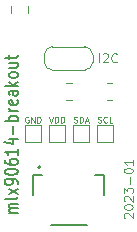
<source format=gbr>
G04 #@! TF.GenerationSoftware,KiCad,Pcbnew,(6.0.7)*
G04 #@! TF.CreationDate,2023-01-17T09:38:14-08:00*
G04 #@! TF.ProjectId,mlx90614-breakout,6d6c7839-3036-4313-942d-627265616b6f,rev?*
G04 #@! TF.SameCoordinates,Original*
G04 #@! TF.FileFunction,Legend,Top*
G04 #@! TF.FilePolarity,Positive*
%FSLAX46Y46*%
G04 Gerber Fmt 4.6, Leading zero omitted, Abs format (unit mm)*
G04 Created by KiCad (PCBNEW (6.0.7)) date 2023-01-17 09:38:14*
%MOMM*%
%LPD*%
G01*
G04 APERTURE LIST*
%ADD10C,0.100000*%
%ADD11C,0.150000*%
%ADD12C,0.075000*%
%ADD13C,0.120000*%
%ADD14C,0.203200*%
G04 APERTURE END LIST*
D10*
X115690713Y-82408286D02*
X115654999Y-82372572D01*
X115619284Y-82301143D01*
X115619284Y-82122572D01*
X115654999Y-82051143D01*
X115690713Y-82015429D01*
X115762141Y-81979715D01*
X115833570Y-81979715D01*
X115940713Y-82015429D01*
X116369284Y-82444001D01*
X116369284Y-81979715D01*
X115619284Y-81515429D02*
X115619284Y-81444001D01*
X115654999Y-81372572D01*
X115690713Y-81336858D01*
X115762141Y-81301143D01*
X115904999Y-81265429D01*
X116083570Y-81265429D01*
X116226427Y-81301143D01*
X116297856Y-81336858D01*
X116333570Y-81372572D01*
X116369284Y-81444001D01*
X116369284Y-81515429D01*
X116333570Y-81586858D01*
X116297856Y-81622572D01*
X116226427Y-81658286D01*
X116083570Y-81694001D01*
X115904999Y-81694001D01*
X115762141Y-81658286D01*
X115690713Y-81622572D01*
X115654999Y-81586858D01*
X115619284Y-81515429D01*
X115690713Y-80979715D02*
X115654999Y-80944001D01*
X115619284Y-80872572D01*
X115619284Y-80694001D01*
X115654999Y-80622572D01*
X115690713Y-80586858D01*
X115762141Y-80551143D01*
X115833570Y-80551143D01*
X115940713Y-80586858D01*
X116369284Y-81015429D01*
X116369284Y-80551143D01*
X115619284Y-80301143D02*
X115619284Y-79836858D01*
X115904999Y-80086858D01*
X115904999Y-79979715D01*
X115940713Y-79908286D01*
X115976427Y-79872572D01*
X116047856Y-79836858D01*
X116226427Y-79836858D01*
X116297856Y-79872572D01*
X116333570Y-79908286D01*
X116369284Y-79979715D01*
X116369284Y-80194001D01*
X116333570Y-80265429D01*
X116297856Y-80301143D01*
X116083570Y-79515429D02*
X116083570Y-78944001D01*
X115619284Y-78444001D02*
X115619284Y-78372572D01*
X115654999Y-78301143D01*
X115690713Y-78265429D01*
X115762141Y-78229715D01*
X115904999Y-78194001D01*
X116083570Y-78194001D01*
X116226427Y-78229715D01*
X116297856Y-78265429D01*
X116333570Y-78301143D01*
X116369284Y-78372572D01*
X116369284Y-78444001D01*
X116333570Y-78515429D01*
X116297856Y-78551143D01*
X116226427Y-78586858D01*
X116083570Y-78622572D01*
X115904999Y-78622572D01*
X115762141Y-78586858D01*
X115690713Y-78551143D01*
X115654999Y-78515429D01*
X115619284Y-78444001D01*
X116369284Y-77479715D02*
X116369284Y-77908286D01*
X116369284Y-77694001D02*
X115619284Y-77694001D01*
X115726427Y-77765429D01*
X115797856Y-77836858D01*
X115833570Y-77908286D01*
D11*
X106621618Y-81972001D02*
X105888284Y-81972001D01*
X105993046Y-81972001D02*
X105940665Y-81929143D01*
X105888284Y-81843429D01*
X105888284Y-81714858D01*
X105940665Y-81629143D01*
X106045427Y-81586286D01*
X106621618Y-81586286D01*
X106045427Y-81586286D02*
X105940665Y-81543429D01*
X105888284Y-81457715D01*
X105888284Y-81329143D01*
X105940665Y-81243429D01*
X106045427Y-81200572D01*
X106621618Y-81200572D01*
X106621618Y-80643429D02*
X106569237Y-80729143D01*
X106464475Y-80772001D01*
X105521618Y-80772001D01*
X106621618Y-80386286D02*
X105888284Y-79914858D01*
X105888284Y-80386286D02*
X106621618Y-79914858D01*
X106621618Y-79529143D02*
X106621618Y-79357715D01*
X106569237Y-79272001D01*
X106516856Y-79229143D01*
X106359713Y-79143429D01*
X106150189Y-79100572D01*
X105731141Y-79100572D01*
X105626379Y-79143429D01*
X105573999Y-79186286D01*
X105521618Y-79272001D01*
X105521618Y-79443429D01*
X105573999Y-79529143D01*
X105626379Y-79572001D01*
X105731141Y-79614858D01*
X105993046Y-79614858D01*
X106097808Y-79572001D01*
X106150189Y-79529143D01*
X106202570Y-79443429D01*
X106202570Y-79272001D01*
X106150189Y-79186286D01*
X106097808Y-79143429D01*
X105993046Y-79100572D01*
X105521618Y-78543429D02*
X105521618Y-78457715D01*
X105573999Y-78372001D01*
X105626379Y-78329143D01*
X105731141Y-78286286D01*
X105940665Y-78243429D01*
X106202570Y-78243429D01*
X106412094Y-78286286D01*
X106516856Y-78329143D01*
X106569237Y-78372001D01*
X106621618Y-78457715D01*
X106621618Y-78543429D01*
X106569237Y-78629143D01*
X106516856Y-78672001D01*
X106412094Y-78714858D01*
X106202570Y-78757715D01*
X105940665Y-78757715D01*
X105731141Y-78714858D01*
X105626379Y-78672001D01*
X105573999Y-78629143D01*
X105521618Y-78543429D01*
X105521618Y-77472001D02*
X105521618Y-77643429D01*
X105573999Y-77729143D01*
X105626379Y-77772001D01*
X105783522Y-77857715D01*
X105993046Y-77900572D01*
X106412094Y-77900572D01*
X106516856Y-77857715D01*
X106569237Y-77814858D01*
X106621618Y-77729143D01*
X106621618Y-77557715D01*
X106569237Y-77472001D01*
X106516856Y-77429143D01*
X106412094Y-77386286D01*
X106150189Y-77386286D01*
X106045427Y-77429143D01*
X105993046Y-77472001D01*
X105940665Y-77557715D01*
X105940665Y-77729143D01*
X105993046Y-77814858D01*
X106045427Y-77857715D01*
X106150189Y-77900572D01*
X106621618Y-76529143D02*
X106621618Y-77043429D01*
X106621618Y-76786286D02*
X105521618Y-76786286D01*
X105678760Y-76872001D01*
X105783522Y-76957715D01*
X105835903Y-77043429D01*
X105888284Y-75757715D02*
X106621618Y-75757715D01*
X105469237Y-75972001D02*
X106254951Y-76186286D01*
X106254951Y-75629143D01*
X106202570Y-75286286D02*
X106202570Y-74600572D01*
X106621618Y-74172001D02*
X105521618Y-74172001D01*
X105940665Y-74172001D02*
X105888284Y-74086286D01*
X105888284Y-73914858D01*
X105940665Y-73829143D01*
X105993046Y-73786286D01*
X106097808Y-73743429D01*
X106412094Y-73743429D01*
X106516856Y-73786286D01*
X106569237Y-73829143D01*
X106621618Y-73914858D01*
X106621618Y-74086286D01*
X106569237Y-74172001D01*
X106621618Y-73357715D02*
X105888284Y-73357715D01*
X106097808Y-73357715D02*
X105993046Y-73314858D01*
X105940665Y-73272001D01*
X105888284Y-73186286D01*
X105888284Y-73100572D01*
X106569237Y-72457715D02*
X106621618Y-72543429D01*
X106621618Y-72714858D01*
X106569237Y-72800572D01*
X106464475Y-72843429D01*
X106045427Y-72843429D01*
X105940665Y-72800572D01*
X105888284Y-72714858D01*
X105888284Y-72543429D01*
X105940665Y-72457715D01*
X106045427Y-72414858D01*
X106150189Y-72414858D01*
X106254951Y-72843429D01*
X106621618Y-71643429D02*
X106045427Y-71643429D01*
X105940665Y-71686286D01*
X105888284Y-71772001D01*
X105888284Y-71943429D01*
X105940665Y-72029143D01*
X106569237Y-71643429D02*
X106621618Y-71729143D01*
X106621618Y-71943429D01*
X106569237Y-72029143D01*
X106464475Y-72072001D01*
X106359713Y-72072001D01*
X106254951Y-72029143D01*
X106202570Y-71943429D01*
X106202570Y-71729143D01*
X106150189Y-71643429D01*
X106621618Y-71214858D02*
X105521618Y-71214858D01*
X106202570Y-71129143D02*
X106621618Y-70872001D01*
X105888284Y-70872001D02*
X106307332Y-71214858D01*
X106621618Y-70357715D02*
X106569237Y-70443429D01*
X106516856Y-70486286D01*
X106412094Y-70529143D01*
X106097808Y-70529143D01*
X105993046Y-70486286D01*
X105940665Y-70443429D01*
X105888284Y-70357715D01*
X105888284Y-70229143D01*
X105940665Y-70143429D01*
X105993046Y-70100572D01*
X106097808Y-70057715D01*
X106412094Y-70057715D01*
X106516856Y-70100572D01*
X106569237Y-70143429D01*
X106621618Y-70229143D01*
X106621618Y-70357715D01*
X105888284Y-69286286D02*
X106621618Y-69286286D01*
X105888284Y-69672001D02*
X106464475Y-69672001D01*
X106569237Y-69629143D01*
X106621618Y-69543429D01*
X106621618Y-69414858D01*
X106569237Y-69329143D01*
X106516856Y-69286286D01*
X105888284Y-68986286D02*
X105888284Y-68643429D01*
X105521618Y-68857715D02*
X106464475Y-68857715D01*
X106569237Y-68814858D01*
X106621618Y-68729143D01*
X106621618Y-68643429D01*
D12*
X113402760Y-74304381D02*
X113474189Y-74328191D01*
X113593237Y-74328191D01*
X113640856Y-74304381D01*
X113664665Y-74280572D01*
X113688475Y-74232953D01*
X113688475Y-74185334D01*
X113664665Y-74137715D01*
X113640856Y-74113905D01*
X113593237Y-74090096D01*
X113497999Y-74066286D01*
X113450379Y-74042477D01*
X113426570Y-74018667D01*
X113402760Y-73971048D01*
X113402760Y-73923429D01*
X113426570Y-73875810D01*
X113450379Y-73852001D01*
X113497999Y-73828191D01*
X113617046Y-73828191D01*
X113688475Y-73852001D01*
X114188475Y-74280572D02*
X114164665Y-74304381D01*
X114093237Y-74328191D01*
X114045618Y-74328191D01*
X113974189Y-74304381D01*
X113926570Y-74256762D01*
X113902760Y-74209143D01*
X113878951Y-74113905D01*
X113878951Y-74042477D01*
X113902760Y-73947239D01*
X113926570Y-73899620D01*
X113974189Y-73852001D01*
X114045618Y-73828191D01*
X114093237Y-73828191D01*
X114164665Y-73852001D01*
X114188475Y-73875810D01*
X114640856Y-74328191D02*
X114402760Y-74328191D01*
X114402760Y-73828191D01*
X107521046Y-73852001D02*
X107473427Y-73828191D01*
X107401999Y-73828191D01*
X107330570Y-73852001D01*
X107282951Y-73899620D01*
X107259141Y-73947239D01*
X107235332Y-74042477D01*
X107235332Y-74113905D01*
X107259141Y-74209143D01*
X107282951Y-74256762D01*
X107330570Y-74304381D01*
X107401999Y-74328191D01*
X107449618Y-74328191D01*
X107521046Y-74304381D01*
X107544856Y-74280572D01*
X107544856Y-74113905D01*
X107449618Y-74113905D01*
X107759141Y-74328191D02*
X107759141Y-73828191D01*
X108044856Y-74328191D01*
X108044856Y-73828191D01*
X108282951Y-74328191D02*
X108282951Y-73828191D01*
X108401999Y-73828191D01*
X108473427Y-73852001D01*
X108521046Y-73899620D01*
X108544856Y-73947239D01*
X108568665Y-74042477D01*
X108568665Y-74113905D01*
X108544856Y-74209143D01*
X108521046Y-74256762D01*
X108473427Y-74304381D01*
X108401999Y-74328191D01*
X108282951Y-74328191D01*
D10*
X113519856Y-69234286D02*
X113519856Y-68484286D01*
X113841284Y-68555715D02*
X113876999Y-68520001D01*
X113948427Y-68484286D01*
X114126999Y-68484286D01*
X114198427Y-68520001D01*
X114234141Y-68555715D01*
X114269856Y-68627143D01*
X114269856Y-68698572D01*
X114234141Y-68805715D01*
X113805570Y-69234286D01*
X114269856Y-69234286D01*
X115019856Y-69162858D02*
X114984141Y-69198572D01*
X114876999Y-69234286D01*
X114805570Y-69234286D01*
X114698427Y-69198572D01*
X114626999Y-69127143D01*
X114591284Y-69055715D01*
X114555570Y-68912858D01*
X114555570Y-68805715D01*
X114591284Y-68662858D01*
X114626999Y-68591429D01*
X114698427Y-68520001D01*
X114805570Y-68484286D01*
X114876999Y-68484286D01*
X114984141Y-68520001D01*
X115019856Y-68555715D01*
D12*
X109267332Y-73828191D02*
X109433999Y-74328191D01*
X109600665Y-73828191D01*
X109767332Y-74328191D02*
X109767332Y-73828191D01*
X109886379Y-73828191D01*
X109957808Y-73852001D01*
X110005427Y-73899620D01*
X110029237Y-73947239D01*
X110053046Y-74042477D01*
X110053046Y-74113905D01*
X110029237Y-74209143D01*
X110005427Y-74256762D01*
X109957808Y-74304381D01*
X109886379Y-74328191D01*
X109767332Y-74328191D01*
X110267332Y-74328191D02*
X110267332Y-73828191D01*
X110386379Y-73828191D01*
X110457808Y-73852001D01*
X110505427Y-73899620D01*
X110529237Y-73947239D01*
X110553046Y-74042477D01*
X110553046Y-74113905D01*
X110529237Y-74209143D01*
X110505427Y-74256762D01*
X110457808Y-74304381D01*
X110386379Y-74328191D01*
X110267332Y-74328191D01*
X111358856Y-74304381D02*
X111430284Y-74328191D01*
X111549332Y-74328191D01*
X111596951Y-74304381D01*
X111620760Y-74280572D01*
X111644570Y-74232953D01*
X111644570Y-74185334D01*
X111620760Y-74137715D01*
X111596951Y-74113905D01*
X111549332Y-74090096D01*
X111454094Y-74066286D01*
X111406475Y-74042477D01*
X111382665Y-74018667D01*
X111358856Y-73971048D01*
X111358856Y-73923429D01*
X111382665Y-73875810D01*
X111406475Y-73852001D01*
X111454094Y-73828191D01*
X111573141Y-73828191D01*
X111644570Y-73852001D01*
X111858856Y-74328191D02*
X111858856Y-73828191D01*
X111977903Y-73828191D01*
X112049332Y-73852001D01*
X112096951Y-73899620D01*
X112120760Y-73947239D01*
X112144570Y-74042477D01*
X112144570Y-74113905D01*
X112120760Y-74209143D01*
X112096951Y-74256762D01*
X112049332Y-74304381D01*
X111977903Y-74328191D01*
X111858856Y-74328191D01*
X112335046Y-74185334D02*
X112573141Y-74185334D01*
X112287427Y-74328191D02*
X112454094Y-73828191D01*
X112620760Y-74328191D01*
D13*
X114697999Y-74545001D02*
X114697999Y-75945001D01*
X114697999Y-75945001D02*
X113297999Y-75945001D01*
X113297999Y-75945001D02*
X113297999Y-74545001D01*
X113297999Y-74545001D02*
X114697999Y-74545001D01*
X108601999Y-75945001D02*
X107201999Y-75945001D01*
X108601999Y-74545001D02*
X108601999Y-75945001D01*
X107201999Y-74545001D02*
X108601999Y-74545001D01*
X107201999Y-75945001D02*
X107201999Y-74545001D01*
X114175435Y-70954001D02*
X114629563Y-70954001D01*
X114175435Y-72424001D02*
X114629563Y-72424001D01*
X108869999Y-69195001D02*
X108869999Y-68595001D01*
X112319999Y-69895001D02*
X109519999Y-69895001D01*
X109519999Y-67895001D02*
X112319999Y-67895001D01*
X112969999Y-68595001D02*
X112969999Y-69195001D01*
X108869999Y-69195001D02*
G75*
G03*
X109569999Y-69895001I699999J-1D01*
G01*
X112969999Y-68595001D02*
G75*
G03*
X112269999Y-67895001I-700000J0D01*
G01*
X109569999Y-67895001D02*
G75*
G03*
X108869999Y-68595001I-1J-699999D01*
G01*
X112269999Y-69895001D02*
G75*
G03*
X112969999Y-69195001I0J700000D01*
G01*
D14*
X107943999Y-80428001D02*
X107943999Y-78778001D01*
X107943999Y-78778001D02*
X108693999Y-78778001D01*
X113193999Y-78778001D02*
X113943999Y-78778001D01*
X113943999Y-78778001D02*
X113943999Y-80428001D01*
X109443999Y-83028001D02*
X112443999Y-83028001D01*
X108545599Y-78128001D02*
G75*
G03*
X108545599Y-78128001I-101600J0D01*
G01*
D13*
X110633999Y-74545001D02*
X110633999Y-75945001D01*
X110633999Y-75945001D02*
X109233999Y-75945001D01*
X109233999Y-75945001D02*
X109233999Y-74545001D01*
X109233999Y-74545001D02*
X110633999Y-74545001D01*
X110746435Y-70954001D02*
X111200563Y-70954001D01*
X110746435Y-72424001D02*
X111200563Y-72424001D01*
X106023997Y-65026254D02*
X106023997Y-64503750D01*
X107493997Y-65026254D02*
X107493997Y-64503750D01*
X112665999Y-75945001D02*
X111265999Y-75945001D01*
X111265999Y-74545001D02*
X112665999Y-74545001D01*
X111265999Y-75945001D02*
X111265999Y-74545001D01*
X112665999Y-74545001D02*
X112665999Y-75945001D01*
M02*

</source>
